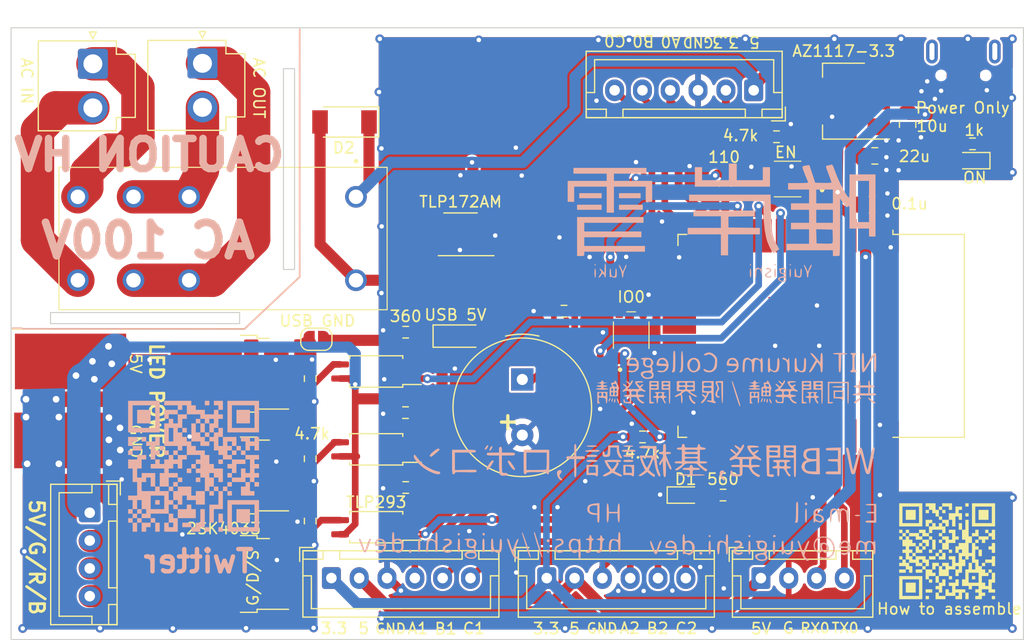
<source format=kicad_pcb>
(kicad_pcb (version 20211014) (generator pcbnew)
  (layers (0 "F.Cu" signal) (31 "B.Cu" signal) (34 "B.Paste" user) (35 "F.Paste" user) (36 "B.SilkS" user "B.Silkscreen") (37 "F.SilkS" user "F.Silkscreen") (38 "B.Mask" user) (39 "F.Mask" user) (44 "Edge.Cuts" user))
  (net 0 "")
  (net 1 "+5V")
  (net 2 "GND")
  (net 3 "+3V3")
  (net 4 "Net-(D2-Pad2)")
  (net 8 "/RX0")
  (net 9 "/TX0")
  (net 10 "/IO0_A")
  (net 11 "/IO0_B")
  (net 12 "/IO0_C")
  (net 13 "/IO2_A")
  (net 14 "/IO2_B")
  (net 15 "/IO2_C")
  (net 16 "/IO1_A")
  (net 17 "/IO1_B")
  (net 18 "/IO1_C")
  (net 19 "Net-(D1-Pad2)")
  (net 20 "/BUSSER")
  (net 21 "Net-(R4-Pad1)")
  (net 22 "/AC_EN")
  (net 23 "Net-(R5-Pad2)")
  (net 24 "Net-(R13-Pad2)")
  (net 37 "/AC_OUT1")
  (net 38 "/AC_OUT2")
  (net 39 "Net-(J3-Pad1)")
  (net 40 "Net-(J3-Pad2)")
  (net 43 "Net-(R2-Pad1)")
  (net 44 "Net-(D3-Pad2)")
  (net 48 "/LED_G_OUT")
  (net 49 "/LED_R_OUT")
  (net 50 "/LED_B_OUT")
  (net 51 "GNDPWR")
  (net 52 "/LED_PWR")
  (net 53 "Net-(Q1-Pad1)")
  (net 54 "Net-(Q2-Pad1)")
  (net 55 "Net-(Q3-Pad1)")
  (net 56 "Net-(R6-Pad1)")
  (net 57 "Net-(R9-Pad1)")
  (net 58 "Net-(R11-Pad1)")
  (net 59 "/LED_G")
  (net 60 "/LED_R")
  (net 61 "/LED_B")
  (footprint "Connector_JST:JST_XH_B4B-XH-A_1x04_P2.50mm_Vertical" (layer "F.Cu") (at 87.86 71.875)
    (fp_text reference "J4" hide)
    (fp_text value "Conn_01x04")
  )
  (footprint "Package_SO:MFSOP6-4_4.4x3.6mm_P1.27mm" (layer "F.Cu") (at 60.86 40.97 180)
    (fp_text reference "U2" hide)
    (fp_text value "TLP172AM")
  )
  (footprint "Package_SO:SOIC-4_4.55x2.6mm_P1.27mm" (layer "F.Cu") (at 53.2828 60.3 180)
    (fp_text reference "U5" hide)
    (fp_text value "TLP293")
  )
  (footprint "Resistor_SMD:R_0603_1608Metric_Pad0.98x0.95mm_HandSolder" (layer "F.Cu") (at 47.3453 61.1444 90)
    (fp_text reference "R10" hide)
    (fp_text value "4.7k")
  )
  (footprint "Connector_Wire:SolderWirePad_1x01_SMD_5x10mm" (layer "F.Cu") (at 25.7302 59.5 90)
    (fp_text reference "J9" hide)
    (fp_text value "Conn_01x01")
  )
  (footprint "Package_SO:SOIC-4_4.55x2.6mm_P1.27mm" (layer "F.Cu") (at 53.2828 67.3 180)
    (fp_text reference "U6" hide)
    (fp_text value "TLP293")
  )
  (footprint "Project:942H2C5DS" (layer "F.Cu") (at 51.46 37.6 180)
    (fp_text reference "K1" hide)
    (fp_text value "942H-2C-5DS" hide)
  )
  (footprint "Buzzer_Beeper:Buzzer_TDK_PS1240P02BT_D12.2mm_H6.5mm" (layer "F.Cu") (at 66.41 54.02 -90)
    (fp_text reference "LS1" hide)
    (fp_text value "Speaker_Ultrasound")
  )
  (footprint "Package_TO_SOT_SMD:TO-252-2" (layer "F.Cu") (at 40.1 53.5 180)
    (fp_text reference "Q2" hide)
    (fp_text value "Q_NMOS_GDS")
  )
  (footprint "Jumper:SolderJumper-2_P1.3mm_Open_RoundedPad1.0x1.5mm" (layer "F.Cu") (at 47.9 50.4)
    (fp_text reference "JP1" hide)
    (fp_text value "Jumper_2_Bridged")
  )
  (footprint "Connector_Wire:SolderWirePad_1x01_SMD_5x10mm" (layer "F.Cu") (at 25.8 52.4 90)
    (fp_text reference "J10" hide)
    (fp_text value "Conn_01x01")
  )
  (footprint "Resistor_SMD:R_0603_1608Metric_Pad0.98x0.95mm_HandSolder" (layer "F.Cu") (at 89.26 32.2 180)
    (fp_text reference "R5" hide)
    (fp_text value "4.7k")
  )
  (footprint "Connector_JST:JST_VH_B2P-VH_1x02_P3.96mm_Vertical" (layer "F.Cu") (at 37.66 25.6 -90)
    (fp_text reference "J1" hide)
    (fp_text value "AC CONNECTOR OUT")
  )
  (footprint "Resistor_SMD:R_0603_1608Metric_Pad0.98x0.95mm_HandSolder" (layer "F.Cu") (at 70.16 47.88 180)
    (fp_text reference "R3" hide)
    (fp_text value "R")
  )
  (footprint "Connector_JST:JST_VH_B2P-VH_1x02_P3.96mm_Vertical" (layer "F.Cu") (at 27.81 25.6425 -90)
    (fp_text reference "J3" hide)
    (fp_text value "AC CONNECTOR IN")
  )
  (footprint "Diode_SMD:D_SOD-128" (layer "F.Cu") (at 50.43 30.87 180)
    (fp_text reference "D2" hide)
    (fp_text value "D")
  )
  (footprint "LED_SMD:LED_0603_1608Metric_Pad1.05x0.95mm_HandSolder" (layer "F.Cu") (at 106.79 34.35 180)
    (fp_text reference "D3" hide)
    (fp_text value "LED" hide)
  )
  (footprint "Capacitor_SMD:C_0805_2012Metric_Pad1.18x1.45mm_HandSolder" (layer "F.Cu") (at 98.1 33.92)
    (fp_text reference "C2" hide)
    (fp_text value "22u")
  )
  (footprint "Connector_JST:JST_XH_B6B-XH-A_1x06_P2.50mm_Vertical" (layer "F.Cu") (at 49.25 71.87)
    (fp_text reference "J7" hide)
    (fp_text value "IO1")
  )
  (footprint "Connector_JST:JST_XH_B6B-XH-A_1x06_P2.50mm_Vertical" (layer "F.Cu") (at 68.61 71.875)
    (fp_text reference "J6" hide)
    (fp_text value "IO2")
  )
  (footprint "Project:ESP32-WROOM-32" (layer "F.Cu") (at 90.285 50.1 -90)
    (fp_text reference "U3" hide)
    (fp_text value "ESP32-WROOM-32D")
  )
  (footprint "Connector_JST:JST_XH_B4B-XH-A_1x04_P2.50mm_Vertical" (layer "F.Cu") (at 27.525 66 -90)
    (fp_text reference "J8" hide)
    (fp_text value "Conn_01x04")
  )
  (footprint "Resistor_SMD:R_0603_1608Metric_Pad0.98x0.95mm_HandSolder" (layer "F.Cu") (at 55.93 63.73 180)
    (fp_text reference "R11" hide)
    (fp_text value "360" hide)
  )
  (footprint "Package_SO:SOIC-4_4.55x2.6mm_P1.27mm" (layer "F.Cu") (at 53.2828 53.3 180)
    (fp_text reference "U4" hide)
    (fp_text value "TLP293" hide)
  )
  (footprint "Resistor_SMD:R_0603_1608Metric_Pad0.98x0.95mm_HandSolder" (layer "F.Cu") (at 47.3453 53.9444 90)
    (fp_text reference "R8" hide)
    (fp_text value "4.7k")
  )
  (footprint "Package_TO_SOT_SMD:TO-252-2" (layer "F.Cu") (at 40.1 62.65 180)
    (fp_text reference "Q3" hide)
    (fp_text value "Q_NMOS_GDS")
  )
  (footprint "Resistor_SMD:R_0603_1608Metric_Pad0.98x0.95mm_HandSolder" (layer "F.Cu") (at 106.88 32.84 180)
    (fp_text reference "R1" hide)
    (fp_text value "1k")
  )
  (footprint "Resistor_SMD:R_0603_1608Metric_Pad0.98x0.95mm_HandSolder" (layer "F.Cu") (at 77.216 59.182)
    (fp_text reference "R13")
    (fp_text value "4.7k")
  )
  (footprint "Project:redirect" (layer "F.Cu") (at 104.6 69.46)
    (fp_text reference "G***" hide)
    (fp_text value "LOGO" hide)
  )
  (footprint "Project:SKRPABE010" (layer "F.Cu") (at 90.26 36 180)
    (fp_text reference "SW1" hide)
    (fp_text value "SW_MEC_5E" hide)
  )
  (footprint "Project:SKRPABE010" (layer "F.Cu") (at 76.2 50.038 90)
    (fp_text reference "SW2" hide)
    (fp_text value "SW_MEC_5E" hide)
  )
  (footprint "Resistor_SMD:R_0603_1608Metric_Pad0.98x0.95mm_HandSolder" (layer "F.Cu") (at 55.9125 57 180)
    (fp_text reference "R9" hide)
    (fp_text value "360" hide)
  )
  (footprint "Resistor_SMD:R_0603_1608Metric_Pad0.98x0.95mm_HandSolder" (layer "F.Cu") (at 55.93 49.77 180)
    (fp_text reference "R6" hide)
    (fp_text value "360")
  )
  (footprint "Package_TO_SOT_SMD:SOT-223-3_TabPin2" (layer "F.Cu") (at 95.31 29 180)
    (fp_text reference "U1" hide)
    (fp_text value "AZ1117-3.3")
  )
  (footprint "Diode_SMD:D_SOD-123F" (layer "F.Cu") (at 60.59 50.12)
    (fp_text reference "JP2" hide)
    (fp_text value "Jumper_2_Bridged")
  )
  (footprint "Connector_JST:JST_XH_B6B-XH-A_1x06_P2.50mm_Vertical" (layer "F.Cu") (at 87.21 28.025 180)
    (fp_text reference "J5" hide)
    (fp_text value "IO0")
  )
  (footprint "Project:Micro-USB-J91(Marutsu)" (layer "F.Cu") (at 106.06 24.5375 180)
    (fp_text reference "J2")
    (fp_text value "USB_B_Micro")
  )
  (footprint "Resistor_SMD:R_0603_1608Metric_Pad0.98x0.95mm_HandSolder" (layer "F.Cu") (at 47.3453 66.7444 90)
    (fp_text reference "R7" hide)
    (fp_text value "4.7k")
  )
  (footprint "LED_SMD:LED_0603_1608Metric_Pad1.05x0.95mm_HandSolder" (layer "F.Cu") (at 81.095 64.41)
    (fp_text reference "D1")
    (fp_text value "LED" hide)
  )
  (footprint "Resistor_SMD:R_0603_1608Metric_Pad0.98x0.95mm_HandSolder" (layer "F.Cu") (at 84.45 64.41 180)
    (fp_text reference "R2" hide)
    (fp_text value "560")
  )
  (footprint "Package_TO_SOT_SMD:TO-252-2" (layer "F.Cu") (at 40.1 71.5 180)
    (fp_text reference "Q1" hide)
    (fp_text value "Q_NMOS_GDS")
  )
  (footprint "Capacitor_SMD:C_0805_2012Metric_Pad1.18x1.45mm_HandSolder" (layer "F.Cu") (at 97.86 38.3 180)
    (fp_text reference "C4" hide)
    (fp_text value "0.1u")
  )
  (footprint "Resistor_SMD:R_0603_1608Metric_Pad0.98x0.95mm_HandSolder" (layer "F.Cu") (at 84.66 36.4 -90)
    (fp_text reference "R4")
    (fp_text value "110")
  )
  (footprint "Capacitor_SMD:C_0805_2012Metric_Pad1.18x1.45mm_HandSolder" (layer "F.Cu") (at 101.05 31.1 -90)
    (fp_text reference "C1")
    (fp_text value "10u")
  )
  (footprint "Project:name" (layer "B.Cu") (at 68.28 49.29 180)
    (fp_text reference "G***" hide)
    (fp_text value "LOGO" hide)
  )
  (footprint "Project:twitter" (layer "B.Cu") (at 36.86 61.82 180)
    (fp_text reference "G***" hide)
    (fp_text value "LOGO" hide)
  )
  (gr_line (start 21.43 49.41) (end 20.59 49.41) (layer "B.SilkS") (width 0.15))
  (gr_line (start 46.4 44.8) (end 46.4 22.53) (layer "B.SilkS") (width 0.15))
  (gr_line (start 41.43 49.48) (end 46.4 44.8) (layer "B.SilkS") (width 0.15))
  (gr_line (start 21.44 49.46) (end 41.43 49.48) (layer "B.SilkS") (width 0.15))
  (gr_line (start 41.44 49.48) (end 43.08 47.92) (layer "F.SilkS") (width 0.15))
  (gr_line (start 46.4 44.8) (end 46.39 35.12) (layer "F.SilkS") (width 0.15))
  (gr_line (start 41.44 49.48) (end 21.45 49.47) (layer "F.SilkS") (width 0.15))
  (gr_line (start 43.4 47.62) (end 46.4 44.8) (layer "F.SilkS") (width 0.15))
  (gr_line (start 21.41 49.48) (end 20.59 49.48) (layer "F.SilkS") (width 0.15))
  (gr_line (start 46.39 34.81) (end 46.4 22.53) (layer "F.SilkS") (width 0.15))
  (gr_rect (start 24 48) (end 41 49) (layer "Edge.Cuts") (width 0.1) (fill none))
  (gr_line (start 20.46 77.4) (end 20.46 49.44) (layer "Edge.Cuts") (width 0.1))
  (gr_line (start 111.46 22.4) (end 111.46 77.4) (layer "Edge.Cuts") (width 0.1))
  (gr_line (start 20.46 22.4) (end 111.46 22.4) (layer "Edge.Cuts") (width 0.1))
  (gr_line (start 111.46 77.4) (end 20.46 77.4) (layer "Edge.Cuts") (width 0.1))
  (gr_poly (pts (xy 44.94 44.13) (xy 44.94 26.08) (xy 45.94 26.08) (xy 45.94 44.13)) (layer "Edge.Cuts") (width 0.1) (fill none))
  (gr_line (start 20.46 49.44) (end 20.46 22.4) (layer "Edge.Cuts") (width 0.1))
  (gr_text "Twitter" (at 37.31 70.36) (layer "B.SilkS") (effects (font (size 2 2) (thickness 0.4)) (justify mirror)))
  (gr_text "CAUTION HV" (at 32.89 33.84) (layer "B.SilkS") (effects (font (size 2.7 2.7) (thickness 0.675)) (justify mirror)))
  (gr_text "AC 100V" (at 32.77 41.54) (layer "B.SilkS") (effects (font (size 3 3) (thickness 0.7)) (justify mirror)))
  (gr_text "G" (at 90.32 76.36) (layer "F.SilkS") (effects (font (size 1 1))))
  (gr_text "IO0" (at 76.2 46.6) (layer "F.SilkS") (effects (font (size 1 1))))
  (gr_text "C0" (at 74.74 23.57 180) (layer "F.SilkS") (effects (font (size 1 1))))
  (gr_text "AC OUT" (at 42.74 27.82 270) (layer "F.SilkS") (effects (font (size 1 1))))
  (gr_text "A2" (at 76.07 76.38) (layer "F.SilkS") (effects (font (size 1 1))))
  (gr_text "GND" (at 54.57 76.43) (layer "F.SilkS") (effects (font (size 0.9 0.9))))
  (gr_text "LED POWER" (at 33.53 55.94 270) (layer "F.SilkS") (effects (font (size 1.2 1.2) (thickness 0.25))))
  (gr_text "AC IN" (at 21.88 27.19 270) (layer "F.SilkS") (effects (font (size 1 1))))
  (gr_text "C2" (at 81.15 76.39) (layer "F.SilkS") (effects (font (size 1 1))))
  (gr_text "Power Only" (at 106 29.6) (layer "F.SilkS") (effects (font (size 1 1))))
  (gr_text "B0" (at 77.28 23.59 180) (layer "F.SilkS") (effects (font (size 1 1))))
  (gr_text "5" (at 52.15 76.4) (layer "F.SilkS") (effects (font (size 1 1))))
  (gr_text "A1" (at 57.02 76.4) (layer "F.SilkS") (effects (font (size 1 1))))
  (gr_text "5" (at 87.28 23.68 180) (layer "F.SilkS") (effects (font (size 1 1))))
  (gr_text "USB GND" (at 48 48.75) (layer "F.SilkS") (effects (font (size 1 1))))
  (gr_text "5V/G/R/B" (at 22.75 70 270) (layer "F.SilkS") (effects (font (size 1.3 1.3) (thickness 0.25))))
  (gr_text "RX0" (at 92.72 76.37) (layer "F.SilkS") (effects (font (size 0.9 0.9))))
  (gr_text "		" (at 90.1 33.6) (layer "F.SilkS") (effects (font (size 1 1))))
  (gr_text "How to assemble" (at 104.8 74.64) (layer "F.SilkS") (effects (font (size 1 1))))
  (gr_text "EN" (at 90.1 33.6) (layer "F.SilkS") (effects (font (size 1 1))))
  (gr_text "3.3" (at 68.56 76.41) (layer "F.SilkS") (effects (font (size 1 1))))
  (gr_text "GND" (at 31.65 59.57 270) (layer "F.SilkS") (effects (font (size 1 1))))
  (gr_text "+" (at 65.11 57.74) (layer "F.SilkS") (effects (font (size 1.5 1.5) (thickness 0.3))))
  (gr_text "A0" (at 79.75 23.63 180) (layer "F.SilkS") (effects (font (size 1 1))))
  (gr_text "GND\n" (at 73.58 76.39) (layer "F.SilkS") (effects (font (size 0.9 0.9))))
  (gr_text "B2" (at 78.57 76.39) (layer "F.SilkS") (effects (font (size 1 1))))
  (gr_text "2SK4033" (at 39.56 67.42) (layer "F.SilkS") (effects (font (size 1 1))))
  (gr_text "C1" (at 62.06 76.4) (layer "F.SilkS") (effects (font (size 1 1))))
  (gr_text "5V" (at 87.88 76.42) (layer "F.SilkS") (effects (font (size 1 1))))
  (gr_text "5V" (at 31.66 52.59 270) (layer "F.SilkS") (effects (font (size 1 1))))
  (gr_text "TX0" (at 95.43 76.36) (layer "F.SilkS") (effects (font (size 0.9 0.9))))
  (gr_text "5" (at 71.11 76.41) (layer "F.SilkS") (effects (font (size 1 1))))
  (gr_text "3.3" (at 49.5 76.4) (layer "F.SilkS") (effects (font (size 1 1))))
  (gr_text "3.3\n" (at 84.68 23.66 180) (layer "F.SilkS") (effects (font (size 1 1))))
  (gr_text "G/D/S" (at 42.2 71.85 90) (layer "F.SilkS") (effects (font (size 1 1))))
  (gr_text "USB 5V" (at 60.4 48.21) (layer "F.SilkS") (effects (font (size 1 1))))
  (gr_text "ON" (at 107.09 35.87) (layer "F.SilkS") (effects (font (size 1 1))))
  (gr_text "B1" (at 59.52 76.42) (layer "F.SilkS") (effects (font (size 1 1))))
  (gr_text "GND" (at 82.22 23.7 180) (layer "F.SilkS") (effects (font (size 0.9 0.9))))
  (segment (start 61.97 50.1) (end 61.99 50.12) (width 1) (layer "F.Cu") (net 1))
  (segment (start 71.11 71.875) (end 71.11 72.09) (width 1) (layer "F.Cu") (net 1))
  (segment (start 101.05 28.19) (end 101.05 30.0625) (width 1) (layer "F.Cu") (net 1))
  (segment (start 51.75 71.87) (end 54.78 74.9) (width 1) (layer "F.Cu") (net 1))
  (segment (start 102.61 30.19) (end 101.1775 30.19) (width 1) (layer "F.Cu") (net 1))
  (segment (start 97.76 26) (end 98.46 26.7) (width 1) (layer "F.Cu") (net 1))
  (segment (start 105.69 30.19) (end 103.79 30.19) (width 1) (layer "F.Cu") (net 1))
  (segment (start 107.7925 32.84) (end 107.7925 31.9925) (width 0.6) (layer "F.Cu") (net 1))
  (segment (start 97.76 25.9) (end 88.86 26) (width 1) (layer "F.Cu") (net 1))
  (segment (start 52.63 36.43) (end 52.63 30.87) (width 1) (layer "F.Cu") (net 1))
  (segment (start 87.21 27.65) (end 87.21 28.025) (width 1) (layer "F.Cu") (net 1))
  (segment (start 99.56 26.7) (end 101.05 28.19) (width 1) (layer "F.Cu") (net 1))
  (segment (start 88.86 26) (end 87.21 27.65) (width 1) (layer "F.Cu") (net 1))
  (segment (start 101.1775 30.19) (end 101.05 30.0625) (width 1) (layer "F.Cu") (net 1))
  (segment (start 107.36 27.5375) (end 107.36 29.49) (width 0.3) (layer "F.Cu") (net 1))
  (segment (start 98.46 26.7) (end 99.56 26.7) (width 1) (layer "F.Cu") (net 1))
  (segment (start 61.89 34.5) (end 61.97 34.58) (width 1) (layer "F.Cu") (net 1))
  (segment (start 106.18 30.19) (end 107.17 29.2) (width 1) (layer "F.Cu") (net 1))
  (segment (start 71.11 71.875) (end 74.135 74.9) (width 1) (layer "F.Cu") (net 1))
  (segment (start 84.835 74.9) (end 87.86 71.875) (width 1) (layer "F.Cu") (net 1))
  (segment (start 71.11 72.09) (end 68.3 74.9) (width 1) (layer "F.Cu") (net 1))
  (segment (start 97.76 25.9) (end 97.76 26) (width 1) (layer "F.Cu") (net 1))
  (segment (start 103.79 30.19) (end 106.18 30.19) (width 1) (layer "F.Cu") (net 1))
  (segment (start 102.61 30.19) (end 103.79 30.19) (width 1) (layer "F.Cu") (net 1))
  (segment (start 51.46 37.6) (end 52.63 36.43) (width 1) (layer "F.Cu") (net 1))
  (segment (start 68.3 74.9) (end 54.78 74.9) (width 1) (layer "F.Cu") (net 1))
  (segment (start 106.18 30.38) (end 106.18 30.19) (width 0.6) (layer "F.Cu") (net 1))
  (segment (start 107.7925 31.9925) (end 106.18 30.38) (width 0.6) (layer "F.Cu") (net 1))
  (segment (start 61.97 34.58) (end 61.97 50.1) (width 1) (layer "F.Cu") (net 1))
  (segment (start 74.135 74.9) (end 84.835 74.9) (width 1) (layer "F.Cu") (net 1))
  (via (at 102.61 30.19) (size 0.8) (drill 0.4) (layers "F.Cu" "B.Cu") (net 1))
  (via (at 61.89 34.5) (size 0.8) (drill 0.4) (layers "F.Cu" "B.Cu") (net 1))
  (segment (start 87.21 26.85) (end 85.76 25.4) (width 1) (layer "B.Cu") (net 1))
  (segment (start 102.61 30.19) (end 102.59 30.17) (width 1) (layer "B.Cu") (net 1))
  (segment (start 71.16 29.8) (end 66.46 34.5) (width 1) (layer "B.Cu") (net 1))
  (segment (start 85.76 25.4) (end 72.56 25.4) (width 1) (layer "B.Cu") (net 1))
  (segment (start 87.86 71.86) (end 87.86 71.875) (width 1) (layer "B.Cu") (net 1))
  (segment (start 99.32 30.17) (end 95.89 33.6) (width 1) (layer "B.Cu") (net 1))
  (segment (start 95.89 33.6) (end 95.89 63.83) (width 1) (layer "B.Cu") (net 1))
  (segment (start 66.46 34.5) (end 54.56 34.5) (width 1) (layer "B.Cu") (net 1))
  (segment (start 54.56 34.5) (end 51.46 37.6) (width 1) (layer "B.Cu") (net 1))
  (segment (start 95.89 63.83) (end 87.86 71.86) (width 1) (layer "B.Cu") (net 1))
  (segment (start 72.56 25.4) (end 71.16 26.8) (width 1) (layer "B.Cu") (net 1))
  (segment (start 87.21 28.025) (end 87.21 26.85) (width 1) (layer "B.Cu") (net 1))
  (segment (start 71.16 26.8) (end 71.16 29.8) (width 1) (layer "B.Cu") (net 1))
  (segment (start 102.59 30.17) (end 99.32 30.17) (width 1) (layer "B.Cu") (net 1))
  (segment (start 99.235 32.635) (end 99.135 32.535) (width 1) (layer "F.Cu") (net 2))
  (segment (start 99.235 38.3) (end 99.235 37.295) (width 1) (layer "F.Cu") (net 2))
  (segment (start 99.235 39.285) (end 99.235 41.845) (width 1) (layer "F.Cu") (net 2))
  (segment (start 99.15 42.19) (end 99.2 42.14) (width 1) (layer "F.Cu") (net 2))
  (segment (start 99.2975 32.1375) (end 101.05 32.1375) (width 1) (layer "F.Cu") (net 2))
  (segment (start 102.81 26.9875) (end 102.81 27.22) (width 1) (layer "F.Cu") (net 2))
  (segment (start 98.54 38.995) (end 99.235 38.3) (width 1) (layer "F.Cu") (net 2))
  (segment (start 99.235 37.295) (end 99.235 39.285) (width 1) (layer "F.Cu") (net 2))
  (segment (start 73.61 70.93) (end 73.61 71.875) (width 0.6) (layer "F.Cu") (net 2))
  (segment (start 80.13 64.41) (end 73.61 70.93) (width 0.6) (layer "F.Cu") (net 2))
  (segment (start 80.22 64.41) (end 80.13 64.41) (width 0.6) (layer "F.Cu") (net 2))
  (segment (start 99.235 35.145) (end 100.385 35.145) (width 1) (layer "F.Cu") (net 2))
  (segment (start 99.235 41.845) (end 99.53 42.14) (width 1) (layer "F.Cu") (net 2))
  (segment (start 99.235 35.145) (end 99.235 32.635) (width 1) (layer "F.Cu") (net 2))
  (segment (start 54.25 71.87) (end 54.37 71.87) (width 0.5) (layer "F.Cu") (net 2))
  (segment (start 98.54 41.1) (end 98.54 38.995) (width 1) (layer "F.Cu") (net 2))
  (segment (start 102.81 27.22) (end 103.315 27.725) (width 1) (layer "F.Cu") (net 2))
  (segment (start 100.385 35.145) (end 100.45 35.21) (width 1) (layer "F.Cu") (net 2))
  (segment (start 98.46 31.3) (end 99.2975 32.1375) (width 1) (layer "F.Cu") (net 2))
  (segment (start 104.06 28.07) (end 104.27 28.07) (width 1) (layer "F.Cu") (net 2))
  (segment (start 55.0175 49.77) (end 54.2875 50.5) (width 1) (layer "F.Cu") (net 2))
  (segment (start 99.2 42.14) (end 99.53 42.14) (width 1) (layer "F.Cu") (net 2))
  (segment (start 99.135 32.535) (end 99.135 31.975) (width 1) (layer "F.Cu") (net 2))
  (segment (start 48.65 50.5) (end 48.55 50.4) (width 1) (layer "F.Cu") (net 2))
  (segment (start 103.315 27.725) (end 103.66 28.07) (width 1) (layer "F.Cu") (net 2))
  (segment (start 99.235 37.295) (end 99.235 35.145) (width 1) (layer "F.Cu") (net 2))
  (segment (start 103.66 28.07) (end 104.06 28.07) (width 1) (layer "F.Cu") (net 2))
  (segment (start 54.37 71.87) (end 55.5 73) (width 0.8) (layer "F.Cu") (net 2))
  (segment (start 54.2875 50.5) (end 48.65 50.5) (width 1) (layer "F.Cu") (net 2))
  (segment (start 99.135 31.975) (end 98.46 31.3) (width 1) (layer "F.Cu") (net 2))
  (via (at 110.46 35.4) (size 0.8) (drill 0.4) (layers "F.Cu" "B.Cu") (net 2))
  (via (at 104.06 28.07) (size 0.8) (drill 0.4) (layers "F.Cu" "B.Cu") (net 2))
  (via (at 77.32 73.03) (size 0.8) (drill 0.4) (layers "F.Cu" "B.Cu") (net 2))
  (via (at 78.97 39.82) (size 0.8) (drill 0.4) (layers "F.Cu" "B.Cu") (net 2))
  (via (at 53.9 63.8) (size 0.8) (drill 0.4) (layers "F.Cu" "B.Cu") (net 2))
  (via (at 92.52 64.61) (size 0.8) (drill 0.4) (layers "F.Cu" "B.Cu") (net 2))
  (via (at 78.8 64.37) (size 0.8) (drill 0.4) (layers "F.Cu" "B.Cu") (net 2))
  (via (at 79.9 73) (size 0.8) (drill 0.4) (layers "F.Cu" "B.Cu") (net 2))
  (via (at 65.83 33.18) (size 0.8) (drill 0.4) (layers "F.Cu" "B.Cu") (net 2))
  (via (at 60.35 53.04) (size 0.8) (drill 0.4) (layers "F.Cu" "B.Cu") (net 2))
  (via (at 98.56 58.1) (size 0.8) (drill 0.4) (layers "F.Cu" "B.Cu") (net 2))
  (via (at 63.98 41.08) (size 0.8) (drill 0.4) (layers "F.Cu" "B.Cu") (net 2))
  (via (at 90.55 31.06) (size 0.8) (drill 0.4) (layers "F.Cu" "B.Cu") (net 2))
  (via (at 100.24 32.53) (size 0.8) (drill 0.4) (layers "F.Cu" "B.Cu") (net 2))
  (via (at 110.46 23.4) (size 0.8) (drill 0.4) (layers "F.Cu" "B.Cu") (net 2))
  (via (at 87 34.9) (size 0.8) (drill 0.4) (layers "F.Cu" "B.Cu") (net 2))
  (via (at 106.46 23.4) (size 0.8) (drill 0.4) (layers "F.Cu" "B.Cu") (net 2))
  (via (at 94.26 30.4) (size 0.8) (drill 0.4) (layers "F.Cu" "B.Cu") (net 2))
  (via (at 73.66 49.79) (size 0.8) (drill 0.4) (layers "F.Cu" "B.Cu") (net 2))
  (via (at 99.235 37.295) (size 0.8) (drill 0.4) (layers "F.Cu" "B.Cu") (net 2))
  (via (at 72.07 63.16) (size 0.8) (drill 0.4) (layers "F.Cu" "B.Cu") (net 2))
  (via (at 81.45 34.84) (size 0.8) (drill 0.4) (layers "F.Cu" "B.Cu") (net 2))
  (via (at 53.53 28.18) (size 0.8) (drill 0.4) (layers "F.Cu" "B.Cu") (net 2))
  (via (at 53.6 23.4) (size 0.8) (drill 0.4) (layers "F.Cu" "B.Cu") (net 2))
  (via (at 53.9 49.6) (size 0.8) (drill 0.4) (layers "F.Cu" "B.Cu") (net 2))
  (via (at 53.75 46.25) (size 0.8) (drill 0.4) (layers "F.Cu" "B.Cu") (net 2))
  (via (at 81.8 57) (size 0.8) (drill 0.4) (layers "F.Cu" "B.Cu") (net 2))
  (via (at 76.25 58) (size 0.8) (drill 0.4) (layers "F.Cu" "B.Cu") (net 2))
  (via (at 70.26 76.4) (size 0.8) (drill 0.4) (layers "F.Cu" "B.Cu") (net 2))
  (via (at 67.5 65.5) (size 0.8) (drill 0.4) (layers "F.Cu" "B.Cu") (net 2))
  (via (at 86.46 23.4) (size 0.8) (drill 0.4) (layers "F.Cu" "B.Cu") (net 2))
  (via (at 83.46 76.4) (size 0.8) (drill 0.4) (layers "F.Cu" "B.Cu") (net 2))
  (via (at 90.61 34.87) (size 0.8) (drill 0.4) (layers "F.Cu" "B.Cu") (net 2))
  (via (at 93.1 50.99) (size 0.8) (drill 0.4) (layers "F.Cu" "B.Cu") (net 2))
  (via (at 99.14 34.04) (size 0.8) (drill 0.4) (layers "F.Cu" "B.Cu") (net 2))
  (via (at 108.17 28.02) (size 0.8) (drill 0.4) (layers "F.Cu" "B.Cu") (net 2))
  (via (at 84.52 72.8) (size 0.8) (drill 0.4) (layers "F.Cu" "B.Cu") (net 2))
  (via (at 76 23.5) (size 0.8) (drill 0.4) (layers "F.Cu" "B.Cu") (net 2))
  (via (at 60.85 35.66) (size 0.8) (drill 0.4) (layers "F.Cu" "B.Cu") (net 2))
  (via (at 76.63 34.48) (size 0.8) (drill 0.4) (layers "F.Cu" "B.Cu") (net 2))
  (via (at 73.25 23.5) (size 0.8) (drill 0.4) (layers "F.Cu" "B.Cu") (net 2))
  (via (at 102.81 27.22) (size 0.8) (drill 0.4) (layers "F.Cu" "B.Cu") (net 2))
  (via (at 89.14 50.99) (size 0.8) (drill 0.4) (layers "F.Cu" "B.Cu") (net 2))
  (via (at 99.135 32.535) (size 0.8) (drill 0.4) (layers "F.Cu" "B.Cu") (net 2))
  (via (at 60.8 42.38) (size 0.8) (drill 0.4) (layers "F.Cu" "B.Cu") (net 2))
  (via (at 53.77 40.26) (size 0.8) (drill 0.4) (layers "F.Cu" "B.Cu") (net 2))
  (via (at 75.04 73.02) (size 0.8) (drill 0.4) (layers "F.Cu" "B.Cu") (net 2))
  (via (at 110.47 64.64) (size 0.8) (drill 0.4) (layers "F.Cu" "B.Cu") (net 2))
  (via (at 94.76 37.18) (size 0.8) (drill 0.4) (layers "F.Cu" "B.Cu") (net 2))
  (via (at 77.76 46.4) (size 0.8) (drill 0.4) (layers "F.Cu" "B.Cu") (net 2))
  (via (at 99.14 35.19) (size 0.8) (drill 0.4) (layers "F.Cu" "B.Cu") (net 2))
  (via (at 102.29 28.11) (size 0.8) (drill 0.4) (layers "F.Cu" "B.Cu") (net 2))
  (via (at 78.3 51.63) (size 0.8) (drill 0.4) (layers "F.Cu" "B.Cu") (net 2))
  (via (at 99.235 39.285) (size 0.8) (drill 0.4) (layers "F.Cu" "B.Cu") (net 2))
  (via (at 54 54) (size 0.8) (drill 0.4) (layers "F.Cu" "B.Cu") (net 2))
  (via (at 82.4 70.88) (size 0.8) (drill 0.4) (layers "F.Cu" "B.Cu") (net 2))
  (via (at 80.51 43.04) (size 0.8) (drill 0.4) (layers "F.Cu" "B.Cu") (net 2))
  (via (at 102.25 32.25) (size 0.8) (drill 0.4) (layers "F.Cu" "B.Cu") (net 2))
  (via (at 66.36 35.69) (size 0.8) (drill 0.4) (layers "F.Cu" "B.Cu") (net 2))
  (via (at 55.5 73) (size 0.8) (drill 0.4) (layers "F.Cu" "B.Cu") (net 2))
  (via (at 94.46 23.4) (size 0.8) (drill 0.4) (layers "F.Cu" "B.Cu") (net 2))
  (via (at 73.41 56.67) (size 0.8) (drill 0.4) (layers "F.Cu" "B.Cu") (net 2))
  (via (at 53.75 75.5) (size 0.8) (drill 0.4) (layers "F.Cu" "B.Cu") (net 2))
  (via (at 110.4 28.7) (size 0.8) (drill 0.4) (layers "F.Cu" "B.Cu") (net 2))
  (via (at 98.56 64.4) (size 0.8) (drill 0.4) (layers "F.Cu" "B.Cu") (net 2))
  (via (at 53.75 33.25) (size 0.8) (drill 0.4) (layers "F.Cu" "B.Cu") (net 2))
  (via (at 99.53 42.14) (size 0.8) (drill 0.4) (layers "F.Cu" "B.Cu") (net 2))
  (via (at 100.46 23.4) (size 0.8) (drill 0.4) (layers "F.Cu" "B.Cu") (net 2))
  (via (at 73.08 28.96) (size 0.8) (drill 0.4) (layers "F.Cu" "B.Cu") (net 2))
  (via (at 100.24 35.21) (size 0.8) (drill 0.4) (layers "F.Cu" "B.Cu") (net 2))
  (via (at 110.46 76.4) (size 0.8) (drill 0.4) (layers "F.Cu" "B.Cu") (net 2))
  (via (at 53.9 57.1) (size 0.8) (drill 0.4) (layers "F.Cu" "B.Cu") (net 2))
  (via (at 62.5 23.5) (size 0.8) (drill 0.4) (layers "F.Cu" "B.Cu") (net 2))
  (via (at 61.64 67.65) (size 0.8) (drill 0.4) (layers "F.Cu" "B.Cu") (net 2))
  (via (at 72.46 43.01) (size 0.8) (drill 0.4) (layers "F.Cu" "B.Cu") (net 2))
  (via (at 67.43 47.87) (size 0.8) (drill 0.4) (layers "F.Cu" "B.Cu") (net 2))
  (via (at 97.46 76.4) (size 0.8) (drill 0.4) (layers "F.Cu" "B.Cu") (net 2))
  (via (at 65.86 71.37) (size 0.8) (drill 0.4) (layers "F.Cu" "B.Cu") (net 2))
  (via (at 75.75 43) (size 0.8) (drill 0.4) (layers "F.Cu" "B.Cu") (net 2))
  (via (at 69.75 41.25) (size 0.8) (drill 0.4) (layers "F.Cu" "B.Cu") (net 2))
  (via (at 103.5 28.8) (size 0.8) (drill 0.4) (layers "F.Cu" "B.Cu") (net 2))
  (via (at 69.575 65.5) (size 0.8) (drill 0.4) (layers "F.Cu" "B.Cu") (net 2))
  (via (at 92.9 47.37) (size 0.8) (drill 0.4) (layers "F.Cu" "B.Cu") (net 2))
  (segment (start 91.06 32.2) (end 92.16 31.1) (width 0.7) (layer "F.Cu") (net 3))
  (segment (start 97.27 35.7475) (end 97.27 43.01) (width 1) (layer "F.Cu") (net 3))
  (segment (start 97.27 41.1) (end 97.27 34.71) (width 1) (layer "F.Cu") (net 3))
  (segment (start 92.16 29) (end 96.66 29) (width 0.7) (layer "F.Cu") (net 3))
  (segment (start 84.71 29.45) (end 85.26 30) (width 0.7) (layer "F.Cu") (net 3))
  (segment (start 76.2915 59.17) (end 76.3035 59.182) (width 0.6) (layer "F.Cu") (net 3))
  (segment (start 91.16 30) (end 92.16 29) (width 0.7) (layer "F.Cu") (net 3))
  (segment (start 96.66 29) (end 98.46 29) (width 1) (layer "F.Cu") (net 3))
  (segment (start 95.96 29.7) (end 96.66 29) (width 1) (layer "F.Cu") (net 3))
  (segment (start 75.47 59.17) (end 76.2915 59.17) (width 0.6) (layer "F.Cu") (net 3))
  (segment (start 95.96 33.4) (end 95.96 29.7) (width 1) (layer "F.Cu") (net 3))
  (segment (start 84.71 28.025) (end 84.71 29.45) (width 0.7) (layer "F.Cu") (net 3))
  (segment (start 97.27 41.1) (end 97.27 43.01) (width 1) (layer "F.Cu") (net 3))
  (segment (start 97.27 34.71) (end 97.06 34.5) (width 1) (layer "F.Cu") (net 3))
  (segment (start 92.16 31.1) (end 92.16 29) (width 0.7) (layer "F.Cu") (net 3))
  (segment (start 85.26 30) (end 91.16 30) (width 0.7) (layer "F.Cu") (net 3))
  (segment (start 90.1725 32.2) (end 91.06 32.2) (width 0.7) (layer "F.Cu") (net 3))
  (segment (start 97.06 34.5) (end 95.96 33.4) (width 1) (layer "F.Cu") (net 3))
  (via (at 75.47 59.17) (size 0.8) (drill 0.4) (layers "F.Cu" "B.Cu") (net 3))
  (via (at 97.27 43.01) (size 0.8) (drill 0.4) (layers "F.Cu" "B.Cu") (net 3))
  (segment (start 68.61 72.18) (end 66.62 74.17) (width 1) (layer "B.Cu") (net 3))
  (segment (start 74.51 59.17) (end 75.47 59.17) (width 0.6) (layer "B.Cu") (net 3))
  (segment (start 96.01 74.26) (end 97.27 73) (width 1) (layer "B.Cu") (net 3))
  (segment (start 68.61 71.875) (end 70.995 74.26) (width 1) (layer "B.Cu") (net 3))
  (segment (start 51.55 74.17) (end 49.25 71.87) (width 1) (layer "B.Cu") (net 3))
  (segment (start 68.58 71.845) (end 68.58 65.1) (width 0.6) (layer "B.Cu") (net 3))
  (segment (start 68.61 71.875) (end 68.61 72.18) (width 1) (layer "B.Cu") (net 3))
  (segment (start 97.27 73) (end 97.27 43.01) (width 1) (layer "B.Cu") (net 3))
  (segment (start 68.58 65.1) (end 74.51 59.17) (width 0.6) (layer "B.Cu") (net 3))
  (segment (start 66.62 74.17) (end 51.55 74.17) (width 1) (layer "B.Cu") (net 3))
  (segment (start 70.995 74.26) (end 96.01 74.26) (width 1) (layer "B.Cu") (net 3))
  (segment (start 54.02 45.1) (end 56.88 42.24) (width 1) (layer "F.Cu") (net 4))
  (segment (start 56.88 42.24) (end 57.71 42.24) (width 1) (layer "F.Cu") (net 4))
  (segment (start 51.46 45.1) (end 54.02 45.1) (width 1) (layer "F.Cu") (net 4))
  (segment (start 48.23 41.87) (end 51.46 45.1) (width 1) (layer "F.Cu") (net 4))
  (segment (start 48.23 30.87) (end 48.23 41.87) (width 1) (layer "F.Cu") (net 4))
  (segment (start 93.46 59.1) (end 93.46 70.8) (width 0.6) (layer "F.Cu") (net 8))
  (segment (start 93.46 70.8) (end 92.86 71.4) (width 0.6) (layer "F.Cu") (net 8))
  (segment (start 95.36 71.4) (end 95.36 65.7) (width 0.6) (layer "F.Cu") (net 9))
  (segment (start 95.36 65.7) (end 94.73 65.07) (width 0.6) (layer "F.Cu") (net 9))
  (segment (start 94.73 65.07) (end 94.73 59.1) (width 0.6) (layer "F.Cu") (net 9))
  (segment (start 83.3 41.1) (end 83.3 39.63) (width 0.7) (layer "F.Cu") (net 10))
  (segment (start 83.3 39.63) (end 80.46 36.79) (width 0.7) (layer "F.Cu") (net 10))
  (segment (start 80.46 36.79) (end 80.46 29.8) (width 0.7) (layer "F.Cu") (net 10))
  (segment (start 80.46 29.8) (end 79.71 29.05) (width 0.7) (layer "F.Cu") (net 10))
  (segment (start 79.71 29.05) (end 79.71 28.025) (width 0.7) (layer "F.Cu") (net 10))
  (segment (start 82.03 41.1) (end 81.71 41.1) (width 0.6) (layer "F.Cu") (net 11))
  (segment (start 79.22 38.61) (end 79.22 30.66) (width 0.6) (layer "F.Cu") (net 11))
  (segment (start 77.21 28.65) (end 77.21 28.025) (width 0.6) (layer "F.Cu") (net 11))
  (segment (start 79.22 30.66) (end 77.21 28.65) (width 0.6) (layer "F.Cu") (net 11))
  (segment (start 81.71 41.1) (end 79.22 38.61) (width 0.6) (layer "F.Cu") (net 11))
  (segment (start 78.915 45.655) (end 78.06 44.8) (width 0.6) (layer "F.Cu") (net 12))
  (segment (start 78.06 31.2) (end 74.71 28.025) (width 0.6) (layer "F.Cu") (net 12))
  (segment (start 80.53 45.655) (end 78.915 45.655) (width 0.6) (layer "F.Cu") (net 12))
  (segment (start 78.06 44.8) (end 78.06 31.2) (width 0.6) (layer "F.Cu") (net 12))
  (segment (start 88.38 63.72) (end 86.26 65.84) (width 0.6) (layer "F.Cu") (net 13))
  (segment (start 80.52 65.84) (end 76.11 70.25) (width 0.6) (layer "F.Cu") (net 13))
  (segment (start 76.11 70.25) (end 76.11 71.075) (width 0.6) (layer "F.Cu") (net 13))
  (segment (start 86.26 65.84) (end 80.52 65.84) (width 0.6) (layer "F.Cu") (net 13))
  (segment (start 88.38 59.1) (end 88.38 63.72) (width 0.6) (layer "F.Cu") (net 13))
  (segment (start 86.92 67.03) (end 89.65 64.3) (width 0.6) (layer "F.Cu") (net 14))
  (segment (start 89.65 64.3) (end 89.65 59.1) (width 0.6) (layer "F.Cu") (net 14))
  (segment (start 78.61 71.075) (end 78.61 69.68) (width 0.6) (layer "F.Cu") (net 14))
  (segment (start 78.61 69.68) (end 81.26 67.03) (width 0.6) (layer "F.Cu") (net 14))
  (segment (start 81.26 67.03) (end 86.92 67.03) (width 0.6) (layer "F.Cu") (net 14))
  (segment (start 81.93 68.16) (end 81.11 68.98) (width 0.6) (layer "F.Cu") (net 15))
  (segment (start 81.11 68.98) (end 81.11 71.075) (width 0.6) (layer "F.Cu") (net 15))
  (segment (start 92.19 59.1) (end 92.19 63.63) (width 0.6) (layer "F.Cu") (net 15))
  (segment (start 87.66 68.16) (end 81.93 68.16) (width 0.6) (layer "F.Cu") (net 15))
  (segment (start 92.19 63.63) (end 87.66 68.16) (width 0.6) (layer "F.Cu") (net 15))
  (segment (start 56.75 70.295) (end 56.75 71.87) (width 0.6) (layer "F.Cu") (net 16))
  (segment (start 63.045 64) (end 56.75 70.295) (width 0.6) (layer "F.Cu") (net 16))
  (segment (start 68.09 64) (end 63.045 64) (width 0.6) (layer "F.Cu") (net 16))
  (segment (start 80.53 54.545) (end 77.545 54.545) (width 0.6) (layer "F.Cu") (net 16))
  (segment (start 77.545 54.545) (end 68.09 64) (width 0.6) (layer "F.Cu") (net 16))
  (segment (start 76.06 62) (end 83.77 62) (width 0.6) (layer "F.Cu") (net 17))
  (segment (start 59.25 71.87) (end 63.6205 67.4995) (width 0.6) (layer "F.Cu") (net 17))
  (segment (start 83.77 62) (end 84.57 61.2) (width 0.6) (layer "F.Cu") (net 17))
  (segment (start 70.5605 67.4995) (end 76.06 62) (width 0.6) (layer "F.Cu") (net 17))
  (segment (start 84.57 61.2) (end 84.57 59.1) (width 0.6) (layer "F.Cu") (net 17))
  (segment (start 63.6205 67.4995) (end 70.5605 67.4995) (width 0.6) (layer "F.Cu") (net 17))
  (segment (start 85.84 59.1) (end 85.84 62.02) (width 0.6) (layer "F.Cu") (net 18))
  (segment (start 65.02 68.6) (end 61.75 71.87) (width 0.6) (layer "F.Cu") (net 18))
  (segment (start 85.84 62.02) (end 84.79 63.07) (width 0.6) (layer "F.Cu") (net 18))
  (segment (start 77.39 63.07) (end 71.86 68.6) (width 0.6) (layer "F.Cu") (net 18))
  (segment (start 84.79 63.07) (end 77.39 63.07) (width 0.6) (layer "F.Cu") (net 18))
  (segment (start 71.86 68.6) (end 65.02 68.6) (width 0.6) (layer "F.Cu") (net 18))
  (segment (start 83.5375 64.41) (end 81.97 64.41) (width 0.6) (layer "F.Cu") (net 19))
  (segment (start 71.12 50.292) (end 71.12 48.1565) (width 0.6) (layer "F.Cu") (net 20))
  (segment (start 74.3185 43.0295) (end 74.3185 45.974) (width 0.7) (layer "F.Cu") (net 20))
  (segment (start 67.012 54.4) (end 71.12 50.292) (width 0.6) (layer "F.Cu") (net 20))
  (segment (start 74.3185 45.974) (end 72.5405 47.752) (width 0.7) (layer "F.Cu") (net 20))
  (segment (start 71.2005 47.752) (end 71.0725 47.88) (width 0.7) (layer "F.Cu") (net 20))
  (segment (start 72.5405 47.752) (end 71.2005 47.752) (width 0.7) (layer "F.Cu") (net 20))
  (segment (start 85.75 38.43) (end 85.75 41.01) (width 0.7) (layer "F.Cu") (net 20))
  (via (at 74.32 43.01) (size 0.8) (drill 0.4) (layers "F.Cu" "B.Cu") (net 20))
  (via (at 85.75 38.43) (size 0.8) (drill 0.4) (layers "F.Cu" "B.Cu") (net 20))
  (segment (start 77.43 38.43) (end 85.75 38.43) (width 0.7) (layer "B.Cu") (net 20))
  (segment (start 74.32 41.54) (end 77.43 38.43) (width 0.7) (layer "B.Cu") (net 20))
  (segment (start 74.32 43.01) (end 74.32 41.54) (width 0.7) (layer "B.Cu") (net 20))
  (segment (start 84.66 35.4875) (end 83.9425 35.4875) (width 0.7) (layer "F.Cu") (net 21))
  (segment (start 83.9425 35.4875) (end 83.75 35.68) (width 0.7) (layer "F.Cu") (net 21))
  (segment (start 76.63 35.93) (end 70.29 42.27) (width 0.7) (layer "F.Cu") (net 21))
  (segment (start 70.29 42.27) (end 64.04 42.27) (width 0.7) (layer "F.Cu") (net 21))
  (segment (start 64.04 42.27) (end 64.01 42.24) (width 0.7) (layer "F.Cu") (net 21))
  (via (at 83.75 35.68) (size 0.8) (drill 0.4) (layers "F.Cu" "B.Cu") (net 21))
  (via (at 76.63 35.93) (size 0.8) (drill 0.4) (layers "F.Cu" "B.Cu") (net 21))
  (segment (start 76.63 35.93) (end 83.5 35.93) (width 0.7) (layer "B.Cu") (net 21))
  (segment (start 83.5 35.93) (end 83.75 35.68) (width 0.7) (layer "B.Cu") (net 21))
  (segment (start 84.66 37.3125) (end 84.66 41.01) (width 0.7) (layer "F.Cu") (net 22))
  (segment (start 84.66 41.01) (end 84.57 41.1) (width 0.7) (layer "F.Cu") (net 22))
  (segment (start 96 41.1) (end 96 39.54) (width 0.7) (layer "F.Cu") (net 23))
  (segment (start 88.3475 32.2) (end 88.3475 34.7625) (width 0.7) (layer "F.Cu") (net 23))
  (segment (start 96 39.54) (end 94.66 38.2) (width 0.7) (layer "F.Cu") (net 23))
  (segment (start 89.185 34.925) (end 88.185 34.925) (width 0.7) (layer "F.Cu") (net 23))
  (segment (start 90.26 38.2) (end 89.86 37.8) (width 0.7) (layer "F.Cu") (net 23))
  (segment (start 89.86 37.8) (end 89.86 35.6) (width 0.7) (layer "F.Cu") (net 23))
  (segment (start 88.3475 34.7625) (end 88.185 34.925) (width 0.7) (layer "F.Cu") (net 23))
  (segment (start 94.66 38.2) (end 90.26 38.2) (width 0.7) (layer "F.Cu") (net 23))
  (segment (start 89.86 35.6) (end 89.185 34.925) (width 0.7) (layer "F.Cu") (net 23))
  (segment (start 75.125 52.113) (end 75.207 52.113) (width 0.6) (layer "F.Cu") (net 24))
  (segment (start 78.76 59.17) (end 81.96 59.17) (width 0.6) (layer "F.Cu") (net 24))
  (segment (start 78.748 59.182) (end 78.1285 59.182) (width 0.6) (layer "F.Cu") (net 24))
  (segment (start 78.76 59.17) (end 78.748 59.182) (width 0.6) (layer "F.Cu") (net 24))
  (segment (start 81.96 59.17) (end 82.03 59.1) (width 0.6) (layer "F.Cu") (net 24))
  (segment (start 75.207 52.113) (end 75.63 51.69) (width 0.6) (layer "F.Cu") (net 24))
  (via (at 75.63 51.69) (size 0.8) (drill 0.4) (layers "F.Cu" "B.Cu") (net 24))
  (via (at 78.76 59.17) (size 0.8) (drill 0.4) (layers "F.Cu" "B.Cu") (net 24))
  (segment (start 75.5 51.82) (end 75.63 51.69) (width 0.6) (layer "B.Cu") (net 24))
  (segment (start 75.5 55.91) (end 75.5 51.82) (width 0.6) (layer "B.Cu") (net 24))
  (segment (start 78.76 59.17) (end 75.5 55.91) (width 0.6) (layer "B.Cu") (net 24))
  (segment (start 37.66 29.56) (end 37.66 35.2) (width 3) (layer "F.Cu") (net 37))
  (segment (start 37.66 35.2) (end 36.46 37.6) (width 3) (layer "F.Cu") (net 37))
  (segment (start 36.46 37.6) (end 31.46 37.6) (width 3) (layer "F.Cu") (net 37))
  (segment (start 31.46 45.1) (end 36.46 45.1) (width 3) (layer "F.Cu") (net 38))
  (segment (start 39.66 25.6) (end 42.26 28.2) (width 3) (layer "F.Cu") (net 38))
  (segment (start 37.66 25.6) (end 39.66 25.6) (width 3) (layer "F.Cu") (net 38))
  (segment (start 42.26 28.2) (end 42.26 41.4) (width 3) (layer "F.Cu") (net 38))
  (segment (start 42.26 41.4) (end 38.56 45.1) (width 3) (layer "F.Cu") (net 38))
  (segment (start 38.56 45.1) (end 36.46 45.1) (width 3) (layer "F.Cu") (net 38))
  (segment (start 30.66 33.4) (end 29.26 33.4) (width 3) (layer "F.Cu") (net 39))
  (segment (start 29.26 33.4) (end 27.26 35.4) (width 3) (layer "F.Cu") (net 39))
  (segment (start 31.86 32.2) (end 30.66 33.4) (width 3) (layer "F.Cu") (net 39))
  (segment (start 29.7025 25.6425) (end 31.86 27.8) (width 3) (layer "F.Cu") (net 39))
  (segment (start 27.26 35.4) (end 27.26 36.8) (width 3) (layer "F.Cu") (net 39))
  (segment (start 31.86 27.8) (end 31.86 32.2) (width 3) (layer "F.Cu") (net 39))
  (segment (start 27.81 25.6425) (end 29.7025 25.6425) (width 3) (layer "F.Cu") (net 39))
  (segment (start 26.46 37.6) (end 27.26 36.8) (width 3) (layer "F.Cu") (net 39))
  (segment (start 24.46 29.6) (end 24.46 30) (width 3) (layer "F.Cu") (net 40))
  (segment (start 22.83 31.63) (end 22.83 41.47) (width 3) (layer "F.Cu") (net 40))
  (segment (start 24.46 30) (end 22.83 31.63) (width 3) (layer "F.Cu") (net 40))
  (segment (start 22.83 41.47) (end 26.46 45.1) (width 3) (layer "F.Cu") (net 40))
  (segment (start 27.81 29.6025) (end 24.46 29.6) (width 3) (layer "F.Cu") (net 40))
  (segment (start 87.11 59.1) (end 87.11 62.6625) (width 0.6) (layer "F.Cu") (net 43))
  (segment (start 87.11 62.6625) (end 85.3625 64.41) (width 0.6) (layer "F.Cu") (net 43))
  (segment (start 105.915 32.8925) (end 105.915 34.35) (width 0.6) (layer "F.Cu") (net 44))
  (segment (start 105.9675 32.84) (end 105.915 32.8925) (width 0.6) (layer "F.Cu") (net 44))
  (segment (start 28.39 68.54) (end 33.21 63.72) (width 2) (layer "F.Cu") (net 48))
  (segment (start 38 53.5) (end 38 54.1) (width 3) (layer "F.Cu") (net 48))
  (segment (start 38 54.1) (end 32.7 59.4) (width 3) (layer "F.Cu") (net 48))
  (segment (start 32.7 59.4) (end 32.7 63.36) (width 3) (layer "F.Cu") (net 48))
  (segment (start 27.525 68.54) (end 28.39 68.54) (width 2) (layer "F.Cu") (net 48))
  (segment (start 27.525 71) (end 30.44 71) (width 2) (layer "F.Cu") (net 49))
  (segment (start 38 62.65) (end 38 62.748376) (width 3) (layer "F.Cu") (net 49))
  (segment (start 38 62.748376) (end 30.374188 70.374188) (width 3) (layer "F.Cu") (net 49))
  (segment (start 38 62.65) (end 38 62.81767) (width 3) (layer "F.Cu") (net 49))
  (segment (start 38 71.5) (end 33.77386 71.5) (width 3) (layer "F.Cu") (net 50))
  (segment (start 32.48 73.5) (end 33.54 72.44) (width 2) (layer "F.Cu") (net 50))
  (segment (start 33.77386 71.5) (end 32.37193 72.90193) (width 3) (layer "F.Cu") (net 50))
  (segment (start 27.525 73.5) (end 32.48 73.5) (width 2) (layer "F.Cu") (net 50))
  (segment (start 46.9328 53.0319) (end 46.2681 53.0319) (width 1) (layer "F.Cu") (net 51))
  (segment (start 44.3 52.5416) (end 44.3 51.22) (width 1) (layer "F.Cu") (net 51))
  (segment (start 44.7903 53.0319) (end 44.3 52.5416) (width 1) (layer "F.Cu") (net 51))
  (segment (start 46.9328 52.1644) (end 46.9328 50.7172) (width 1) (layer "F.Cu") (net 51))
  (segment (start 47.2072 60.37) (end 47.3453 60.2319) (width 0.6) (layer "F.Cu") (net 51))
  (segment (start 46.9328 52.1644) (end 46.9328 53.0319) (width 1) (layer "F.Cu") (net 51))
  (segment (start 44.3 60.37) (end 47.2072 60.37) (width 0.6) (layer "F.Cu") (net 51))
  (segment (start 46.9328 50.7172) (end 47.25 50.4) (width 1) (layer "F.Cu") (net 51))
  (segment (start 46.2681 53.0319) (end 44.7903 53.0319) (width 1) (layer "F.Cu") (net 51))
  (segment (start 47.3453 65.8319) (end 44.3 68.8772) (width 0.6) (layer "F.Cu") (net 51))
  (via (at 36.5 59.150498) (size 0.8) (drill 0.4) (layers "F.Cu" "B.Cu") (net 51))
  (via (at 35 76.4) (size 0.8) (drill 0.4) (layers "F.Cu" "B.Cu") (net 51))
  (via (at 44.35 70.25) (size 0.8) (drill 0.4) (layers "F.Cu" "B.Cu") (net 51))
  (via (at 24.75 57.4) (size 1) (drill 0.6) (layers "F.Cu" "B.Cu") (net 51))
  (via (at 21.5 76.4) (size 0.8) (drill 0.4) (layers "F.Cu" "B.Cu") (net 51))
  (via (at 46.2 66.8) (size 0.8) (drill 0.4) (layers "F.Cu" "B.Cu") (net 51))
  (via (at 21.8 55.8) (size 1) (drill 0.6) (layers "F.Cu" "B.Cu") (net 51))
  (via (at 35.85 67.95) (size 0.8) (drill 0.4) (layers "F.Cu" "B.Cu") (net 51))
  (via (at 44.25 52.25) (size 0.8) (drill 0.4) (layers "F.Cu" "B.Cu") (net 51))
  (via (at 30.4 63) (size 0.8) (drill 0.4) (layers "F.Cu" "B.Cu") (net 51))
  (via (at 41.575 76.375) (size 0.8) (drill 0.4) (layers "F.Cu" "B.Cu") (net 51))
  (via (at 47.65 76.35) (size 0.8) (drill 0.4) (layers "F.Cu" "B.Cu") (net 51))
  (via (at 47.7 56) (size 0.8) (drill 0.4) (layers "F.Cu" "B.Cu") (net 51))
  (via (at 47.51 52.23) (size 0.8) (drill 0.4) (layers "F.Cu" "B.Cu") (net 51))
  (via (at 29.25 61.5) (size 1) (drill 0.6) (layers "F.Cu" "B.Cu") (net 51))
  (via (at 44.3 61.4) (size 0.8) (drill 0.4) (layers "F.Cu" "B.Cu") (net 51))
  (via (at 29.25 59.45) (size 1) (drill 0.6) (layers "F.Cu" "B.Cu") (net 51))
  (via (at 21.9 61.6) (size 1) (drill 0.6) (layers "F.Cu" "B.Cu") (net 51))
  (via (at 32.9 52.25) (size 0.8) (drill 0.4) (layers "F.Cu" "B.Cu") (net 51))
  (via (at 24.5 55.8) (size 1) (drill 0.6) (layers "F.Cu" "B.Cu") (net 51))
  (via (at 21.8 57.4) (size 1) (drill 0.6) (layers "F.Cu" "B.Cu") (net 51))
  (via (at 28.45 76.375) (size 0.8) (drill 0.4) (layers "F.Cu" "B.Cu") (net 51))
  (via (at 30.27 60.36) (size 1) (drill 0.6) (layers "F.Cu" "B.Cu") (net 51))
  (via (at 21.65 69.475) (size 0.8) (drill 0.4) (layers "F.Cu" "B.Cu") (net 51))
  (via (at 47.67 63.16) (size 0.8) (drill 0.4) (layers "F.Cu" "B.Cu") (net 51))
  (via (at 29.25 57.45) (size 1) (drill 0.6) (layers "F.Cu" "B.Cu") (net 51))
  (via (at 24.75 61.6) (size 1) (drill 0.6) (layers "F.Cu" "B.Cu") (net 51))
  (via (at 47.7 68.9) (size 0.8) (drill 0.4) (layers "F.Cu" "B.Cu") (net 51))
  (via (at 30.25 58.37) (size 1) (drill 0.6) (layers "F.Cu" "B.Cu") (net 51))
  (segment (start 58.32 55.76) (end 59.22 54.86) (width 1) (layer "F.Cu") (net 52))
  (segment (start 50.464361 67.935) (end 51.39 67.009361) (width 0.6) (layer "F.Cu") (net 52))
  (segment (start 50.0328 60.935) (end 51.535 60.935) (width 0.6) (layer "F.Cu") (net 52))
  (segment (start 50.865 53.935) (end 51.39 54.46) (width 0.6) (layer "F.Cu") (net 52))
  (segment (start 59.22 54.86) (end 59.2 54.84) (width 1) (layer "F.Cu") (net 52))
  (segment (start 51.73 55.76) (end 58.32 55.76) (width 1) (layer "F.Cu") (net 52))
  (segment (start 51.39 67.009361) (end 51.39 54.46) (width 0.6) (layer "F.Cu") (net 52))
  (segment (start 59.2 50.13) (end 59.19 50.12) (width 1) (layer "F.Cu") (net 52))
  (segment (start 50.0328 53.935) (end 50.865 53.935) (width 0.6) (layer "F.Cu") (net 52))
  (segment (start 59.2 54.84) (end 59.2 50.13) (width 1) (layer "F.Cu") (net 52))
  (segment (start 50.0328 67.935) (end 50.464361 67.935) (width 0.6) (layer "F.Cu") (net 52))
  (via (at 51.39 54.46) (size 0.8) (drill 0.4) (layers "F.Cu" "B.Cu") (net 52))
  (via (at 27.77 52.39) (size 1) (drill 0.6) (layers "F.Cu" "B.Cu") (net 52))
  (via (at 29.21 51.04) (size 1) (drill 0.6) (layers "F.Cu" "B.Cu") (net 52))
  (via (at 29.51 52.61) (size 1) (drill 0.6) (layers "F.Cu" "B.Cu") (net 52))
  (via (at 27.94 54) (size 1) (drill 0.6) (layers "F.Cu" "B.Cu") (net 52))
  (via (at 26.29 53.67) (size 1) (drill 0.6) (layers "F.Cu" "B.Cu") (net 52))
  (segment (start 27 65) (end 27 54) (width 3) (layer "B.Cu") (net 52))
  (segment (start 51.39 51.7) (end 50.8 51.11) (width 1) (layer "B.Cu") (net 52))
  (segment (start 27.2 54) (end 29.805 51.395) (width 3) (layer "B.Cu") (net 52))
  (segment (start 30.09 51.11) (end 29.805 51.395) (width 1) (layer "B.Cu") (net 52))
  (segment (start 51.39 54.46) (end 51.39 51.7) (width 1) (layer "B.Cu") (net 52))
  (segment (start 50.8 51.11) (end 30.09 51.11) (width 1) (layer "B.Cu") (net 52))
  (segment (start 27 54) (end 27.2 54) (width 3) (layer "B.Cu") (net 52))
  (segment (start 29.805 51.395) (end 29.7 51.5) (width 1) (layer "B.Cu") (net 52))
  (segment (start 44.3 73.78) (end 44.3 72.88) (width 0.6) (layer "F.Cu") (net 53))
  (segment (start 50.0328 66.665) (end 48.3372 66.665) (width 0.6) (layer "F.Cu") (net 53))
  (segment (start 48.3372 66.665) (end 47.3453 67.6569) (width 0.6) (layer "F.Cu") (net 53))
  (segment (start 46.4303 70.7497) (end 46.4303 68.5719) (width 0.6) (layer "F.Cu") (net 53))
  (segment (start 46.4303 68.5719) (end 47.3453 67.6569) (width 0.6) (layer "F.Cu") (net 53))
  (segment (start 44.3 72.88) (end 46.4303 70.7497) (width 0.6) (layer "F.Cu") (net 53))
  (segment (start 45.1203 54.8569) (end 44.3 55.6772) (width 1) (layer "F.Cu") (net 54))
  (segment (start 46.9328 54.8569) (end 45.1203 54.8569) (width 1) (layer "F.Cu") (net 54))
  (segment (start 49.435 52.665) (end 47.2431 54.8569) (width 0.6) (layer "F.Cu") (net 54))
  (segment (start 47.2431 54.8569) (end 46.9328 54.8569) (width 0.6) (layer "F.Cu") (net 54))
  (segment (start 50.0328 52.665) (end 49.435 52.665) (width 0.6) (layer "F.Cu") (net 54))
  (segment (start 44.3 55.6772) (end 44.3 55.78) (width 1) (layer "F.Cu") (net 54))
  (segment (start 44.3 64.33) (end 44.3 64.93) (width 0.6) (layer "F.Cu") (net 55))
  (segment (start 47.1431 62.0569) (end 49.535 59.665) (width 0.6) (layer "F.Cu") (net 55))
  (segment (start 49.535 59.665) (end 50.0328 59.665) (width 0.6) (layer "F.Cu") (net 55))
  (segment (start 46.5731 62.0569) (end 44.3 64.33) (width 0.6) (layer "F.Cu") (net 55))
  (segment (start 47.3453 62.0569) (end 46.5731 62.0569) (width 0.6) (layer "F.Cu") (net 55))
  (segment (start 56.5328 52.665) (end 56.5328 50.0797) (width 0.6) (layer "F.Cu") (net 56))
  (segment (start 56.5328 50.0797) (end 56.8425 49.77) (width 0.6) (layer "F.Cu") (net 56))
  (segment (start 56.5328 59.665) (end 56.5328 57.2922) (width 0.6) (layer "F.Cu") (net 57))
  (segment (start 56.5328 57.2922) (end 56.825 57) (width 0.6) (layer "F.Cu") (net 57))
  (segment (start 56.5328 66.665) (end 56.5328 64.0397) (width 0.6) (layer "F.Cu") (net 58))
  (segment (start 56.5328 64.0397) (end 56.8425 63.73) (width 0.6) (layer "F.Cu") (net 58))
  (segment (start 88.38 39.15) (end 88.38 41.1) (width 0.6) (layer "F.Cu") (net 59))
  (segment (start 57.865 53.935) (end 57.88 53.95) (width 0.6) (layer "F.Cu") (net 59))
  (segment (start 87.66 38.43) (end 88.38 39.15) (width 0.6) (layer "F.Cu") (net 59))
  (segment (start 56.5328 53.935) (end 57.865 53.935) (width 0.6) (layer "F.Cu") (net 59))
  (via (at 87.66 38.43) (size 0.8) (drill 0.4) (layers "F.Cu" "B.Cu") (net 59))
  (via (at 57.88 53.95) (size 0.8) (drill 0.4) (layers "F.Cu" "B.Cu") (net 59))
  (segment (start 84.34 48.86) (end 67.11 48.86) (width 0.6) (layer "B.Cu") (net 59))
  (segment (start 87.66 38.43) (end 87.66 45.54) (width 0.6) (layer "B.Cu") (net 59))
  (segment (start 62.01 53.96) (end 57.89 53.96) (width 0.6) (layer "B.Cu") (net 59))
  (segment (start 57.89 53.96) (end 57.88 53.95) (width 0.6) (layer "B.Cu") (net 59))
  (segment (start 87.605 45.595) (end 84.34 48.86) (width 0.6) (layer "B.Cu") (net 59))
  (segment (start 67.11 48.86) (end 62.01 53.96) (width 0.6) (layer "B.Cu") (net 59))
  (segment (start 87.66 45.54) (end 87.605 45.595) (width 0.6) (layer "B.Cu") (net 59))
  (segment (start 56.5328 60.935) (end 66.98563 60.935) (width 0.6) (layer "F.Cu") (net 60))
  (segment (start 73.42 54.50063) (end 73.42 51.43) (width 0.6) (layer "F.Cu") (net 60))
  (segment (start 89.56 39.13) (end 89.56 41.19) (width 0.6) (layer "F.Cu") (net 60))
  (segment (start 89.62 39.07) (end 89.56 39.13) (width 0.6) (layer "F.Cu") (net 60))
  (segment (start 66.98563 60.935) (end 73.42 54.50063) (width 0.6) (layer "F.Cu") (net 60))
  (via (at 89.62 39.07) (size 0.8) (drill 0.4) (layers "F.Cu" "B.Cu") (net 60))
  (via (at 73.42 51.43) (size 0.8) (drill 0.4) (layers "F.Cu" "B.Cu") (net 60))
  (segment (start 84.29 50.31) (end 89.62 44.98) (width 0.6) (layer "B.Cu") (net 60))
  (segment (start 74.54 50.31) (end 84.29 50.31) (width 0.6) (layer "B.Cu") (net 60))
  (segment (start 89.62 44.98) (end 89.62 39.07) (width 0.6) (layer "B.Cu") (net 60))
  (segment (start 73.42 51.43) (end 74.54 50.31) (width 0.6) (layer "B.Cu") (net 60))
  (segment (start 70.1 66.6) (end 63.7 66.6) (width 0.6) (layer "F.Cu") (net 61))
  (segment (start 57.665 67.935) (end 57.7 67.9) (width 0.6) (layer "F.Cu") (net 61))
  (segment (start 56.5328 67.935) (end 57.665 67.935) (width 0.6) (layer "F.Cu") (net 61))
  (segment (start 82.98 61.1) (end 75.6 61.1) (width 0.6) (layer "F.Cu") (net 61))
  (segment (start 83.3 59.1) (end 83.3 60.78) (width 0.6) (layer "F.Cu") (net 61))
  (segment (start 83.3 60.78) (end 82.98 61.1) (width 0.6) (layer "F.Cu") (net 61))
  (segment (start 75.6 61.1) (end 70.1 66.6) (width 0.6) (layer "F.Cu") (net 61))
  (via (at 63.7 66.6) (size 0.8) (drill 0.4) (layers "F.Cu" "B.Cu") (net 61))
  (via (at 57.7 67.9) (size 0.8) (drill 0.4) (layers "F.Cu" "B.Cu") (net 61))
  (segment (start 59 66.6) (end 63.7 66.6) (width 0.6) (layer "B.Cu") (net 61))
  (segment (start 57.7 67.9) (end 59 66.6) (width 0.6) (layer "B.Cu") (net 61))
  (zone (net 0) (net_name "") (layer "F.Cu") (connect_pads (clearance 0)) (min_thickness 0.254)
    (keepout (tracks allowed) (vias allowed) (pads allowed) (copperpour not_allowed) (footprints allowed))
    (fill (thermal_gap 0.508) (thermal_bridge_width 0.508))
    (polygon (pts (xy 100.33 57.658) (xy 82.296 57.404) (xy 82.042 46.99) (xy 82.042 42.926) (xy 100.584 42.672)))
  )
  (zone (net 0) (net_name "") (layer "F.Cu") (connect_pads (clearance 0)) (min_thickness 0.254)
    (keepout (tracks allowed) (vias allowed) (pads allowed) (copperpour not_allowed) (footprints allowed))
    (fill (thermal_gap 0.508) (thermal_bridge_width 0.508))
    (polygon (pts (xy 90.2 39.5) (xy 90.1 39.5) (xy 90.1 38.7) (xy 90.2 38.6)))
  )
  (zone (net 0) (net_name "") (layer "F.Cu") (connect_pads (clearance 0)) (min_thickness 0.254)
    (keepout (tracks allowed) (vias allowed) (pads allowed) (copperpour not_allowed) (footprints allowed))
    (fill (thermal_gap 0.508) (thermal_bridge_width 0.508))
    (polygon (pts (xy 92.98 64.01) (xy 93.04 64.23) (xy 92.46 63.94) (xy 92.68 63.72)))
  )
  (zone (net 0) (net_name "") (layer "F.Cu") (connect_pads (clearance 0)) (min_thickness 0.254)
    (keepout (tracks allowed) (vias allowed) (pads allowed) (copperpour not_allowed) (footprints allowed))
    (fill (thermal_gap 0.508) (thermal_bridge_width 0.508))
    (polygon (pts (xy 97.46 31.58) (xy 97.4 31.61) (xy 97.46 31.04)))
  )
  (zone (net 0) (net_name "") (layer "F.Cu") (connect_pads (clearance 0)) (min_thickness 0.254)
    (keepout (tracks allowed) (vias allowed) (pads allowed) (copperpour not_allowed) (footprints allowed))
    (fill (thermal_gap 0.508) (thermal_bridge_width 0.508))
    (polygon (pts (xy 95.63 33.38) (xy 95.65 38.26) (xy 95.2 38.23) (xy 95.26 33.36)))
  )
  (zone (net 0) (net_name "") (layer "F.Cu") (connect_pads (clearance 0)) (min_thickness 0.254)
    (keepout (tracks allowed) (vias allowed) (pads allowed) (copperpour not_allowed) (footprints allowed))
    (fill (thermal_gap 0.508) (thermal_bridge_width 0.508))
    (polygon (pts (xy 78.5 27.75) (xy 78 28.25) (xy 77.25 27) (xy 79.5 27)))
  )
  (zone (net 0) (net_name "") (layer "F.Cu") (connect_pads (clearance 0)) (min_thickness 0.254)
    (keepout (tracks allowed) (vias allowed) (pads allowed) (copperpour not_allowed) (footprints allowed))
    (fill (thermal_gap 0.508) (thermal_bridge_width 0.508))
    (polygon (pts (xy 81.1 73) (xy 76.1 73) (xy 76 72.5) (xy 81.2 72.5)))
  )
  (zone (net 0) (net_name "") (layer "F.Cu") (connect_pads (clearance 0)) (min_thickness 0.254)
    (keepout (tracks allowed) (vias allowed) (pads allowed) (copperpour not_allowed) (footprints allowed))
    (fill (thermal_gap 0.508) (thermal_bridge_width 0.508))
    (polygon (pts (xy 94.7 72.7) (xy 93.2 72.8) (xy 94.5 72.4)))
  )
  (zone (net 51) (net_name "GNDPWR") (layers F&B.Cu) (connect_pads (clearance 0)) (min_thickness 0.254) (fill yes (thermal_gap 0.508) (thermal_bridge_width 0.508))
    (polygon (pts (xy 48 76.5) (xy 21.5 76.5) (xy 21.5 50.5) (xy 47.9 50.4)))
  )
  (zone (net 0) (net_name "") (layers F&B.Cu) (connect_pads (clearance 0)) (min_thickness 0.254)
    (keepout (tracks allowed) (vias allowed) (pads allowed) (copperpour not_allowed) (footprints allowed))
    (fill (thermal_gap 0.508) (thermal_bridge_width 0.508))
    (polygon (pts (xy 44.52 42.37) (xy 39.51 47.18) (xy 20.48 47.84) (xy 20.53 22.47) (xy 20.54 22.47) (xy 44.56 22.34)))
  )
  (zone (net 0) (net_name "") (layer "F.Cu") (connect_pads (clearance 0)) (min_thickness 0.254)
    (keepout (tracks allowed) (vias allowed) (pads allowed) (copperpour not_allowed) (footprints allowed))
    (fill (thermal_gap 0.508) (thermal_bridge_width 0.508))
    (polygon (pts (xy 105.5 30.9) (xy 105.4 32.8) (xy 105.3 32.8) (xy 105.3 30.8)))
  )
  (zone (net 0) (net_name "") (layers F&B.Cu) (connect_pads (clearance 0)) (min_thickness 0.254)
    (keepout (tracks not_allowed) (vias allowed) (pads not_allowed) (copperpour not_allowed) (footprints allowed))
    (fill (thermal_gap 0.508) (thermal_bridge_width 0.508))
    (polygon (pts (xy 19.46 49.5) (xy 19.46 47.2) (xy 39.46 47.2) (xy 44.46 42.4) (xy 44.46 21) (xy 46.44 21) (xy 46.44 34.6) (xy 46.46 36) (xy 46.46 44.8) (xy 41.46 49.5)))
  )
  (zone (net 2) (net_name "GND") (layers F&B.Cu) (connect_pads (clearance 0)) (min_thickness 0.254) (fill yes (thermal_gap 0.508) (thermal_bridge_width 0.508))
    (polygon (pts (xy 110.5 76.5) (xy 53.5 76.5) (xy 53.5 62.75) (xy 53.5 49) (xy 53.5 36.125) (xy 53.5 23.25) (xy 110.5 23.25)))
  )
  (zone (net 0) (net_name "") (layer "F.Cu") (connect_pads (clearance 0)) (min_thickness 0.254)
    (keepout (tracks allowed) (vias allowed) (pads allowed) (copperpour not_allowed) (footprints allowed))
    (fill (thermal_gap 0.508) (thermal_bridge_width 0.508))
    (polygon (pts (xy 34.6 51.75) (xy 30.95 51.75) (xy 30.95 51.4) (xy 34.65 51.35)))
  )
  (zone (net 0) (net_name "") (layer "F.Cu") (connect_pads (clearance 0)) (min_thickness 0.254)
    (keepout (tracks allowed) (vias allowed) (pads allowed) (copperpour not_allowed) (footprints allowed))
    (fill (thermal_gap 0.508) (thermal_bridge_width 0.508))
    (polygon (pts (xy 27.12 72.63) (xy 26.57 73.25) (xy 26.79 71.96) (xy 26.83 71.92)))
  )
  (zone (net 0) (net_name "") (layer "B.Cu") (connect_pads (clearance 0)) (min_thickness 0.254)
    (keepout (tracks allowed) (vias allowed) (pads allowed) (copperpour not_allowed) (footprints allowed))
    (fill (thermal_gap 0.508) (thermal_bridge_width 0.508))
    (polygon (pts (xy 89.16 38.34) (xy 89.39 38.63) (xy 88.04 38.09) (xy 87.96 37.99)))
  )
  (zone (net 0) (net_name "") (layer "B.Cu") (connect_pads (clearance 0)) (min_thickness 0.254)
    (keepout (tracks allowed) (vias allowed) (pads allowed) (copperpour not_allowed) (footprints allowed))
    (fill (thermal_gap 0.508) (thermal_bridge_width 0.508))
    (polygon (pts (xy 25.4 54.8) (xy 21.4 54.9) (xy 21.4 54.5) (xy 25.4 54.5)))
  )
  (zone (net 0) (net_name "") (layer "B.Cu") (connect_pads (clearance 0)) (min_thickness 0.254)
    (keepout (tracks allowed) (vias allowed) (pads allowed) (copperpour not_allowed) (footprints allowed))
    (fill (thermal_gap 0.508) (thermal_bridge_width 0.508))
    (polygon (pts (xy 74.25 50) (xy 74.16 50.02) (xy 74.15 49.35) (xy 74.29 49.32)))
  )
)
</source>
